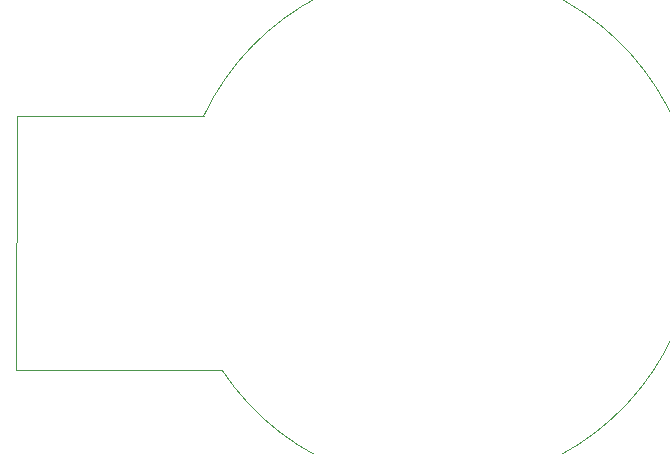
<source format=gbr>
G04 #@! TF.GenerationSoftware,KiCad,Pcbnew,(5.1.2-1)-1*
G04 #@! TF.CreationDate,2019-05-28T12:56:41-07:00*
G04 #@! TF.ProjectId,sensornode,73656e73-6f72-46e6-9f64-652e6b696361,rev?*
G04 #@! TF.SameCoordinates,Original*
G04 #@! TF.FileFunction,Profile,NP*
%FSLAX46Y46*%
G04 Gerber Fmt 4.6, Leading zero omitted, Abs format (unit mm)*
G04 Created by KiCad (PCBNEW (5.1.2-1)-1) date 2019-05-28 12:56:41*
%MOMM*%
%LPD*%
G04 APERTURE LIST*
%ADD10C,0.050000*%
G04 APERTURE END LIST*
D10*
X171173362Y-71499223D02*
G75*
G02X172700000Y-93000000I19819128J-9397353D01*
G01*
X155300000Y-93040000D02*
X172700000Y-93000000D01*
X155400000Y-71500000D02*
X155300000Y-93040000D01*
X171173362Y-71499223D02*
X155400000Y-71500000D01*
M02*

</source>
